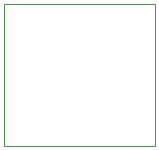
<source format=gm1>
G04 #@! TF.FileFunction,Profile,NP*
%FSLAX46Y46*%
G04 Gerber Fmt 4.6, Leading zero omitted, Abs format (unit mm)*
G04 Created by KiCad (PCBNEW 4.0.3+e1-6302~38~ubuntu14.04.1-stable) date Wed Aug 31 00:15:06 2016*
%MOMM*%
%LPD*%
G01*
G04 APERTURE LIST*
%ADD10C,0.150000*%
%ADD11C,0.100000*%
G04 APERTURE END LIST*
D10*
D11*
X59029600Y-37896800D02*
X46304200Y-37896800D01*
X46304200Y-25857200D02*
X59029600Y-25857200D01*
X59029600Y-25857200D02*
X59029600Y-37896800D01*
X46304200Y-37896800D02*
X46304200Y-25857200D01*
M02*

</source>
